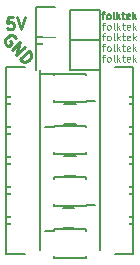
<source format=gto>
G04 #@! TF.FileFunction,Legend,Top*
%FSLAX46Y46*%
G04 Gerber Fmt 4.6, Leading zero omitted, Abs format (unit mm)*
G04 Created by KiCad (PCBNEW 4.0.4+e1-6308~48~ubuntu16.04.1-stable) date Thu Nov  3 23:13:48 2016*
%MOMM*%
%LPD*%
G01*
G04 APERTURE LIST*
%ADD10C,0.100000*%
%ADD11C,0.050000*%
%ADD12C,0.075000*%
%ADD13C,0.125000*%
%ADD14C,0.150000*%
%ADD15C,0.250000*%
%ADD16R,2.132000X2.132000*%
%ADD17O,2.132000X2.132000*%
%ADD18R,2.335200X2.335200*%
%ADD19R,1.100000X1.350000*%
%ADD20R,1.100000X0.400000*%
G04 APERTURE END LIST*
D10*
D11*
X240242858Y-86498429D02*
X240471429Y-86498429D01*
X240328572Y-86898429D02*
X240328572Y-86384143D01*
X240357144Y-86327000D01*
X240414286Y-86298429D01*
X240471429Y-86298429D01*
X240757143Y-86898429D02*
X240700001Y-86869857D01*
X240671429Y-86841286D01*
X240642858Y-86784143D01*
X240642858Y-86612714D01*
X240671429Y-86555571D01*
X240700001Y-86527000D01*
X240757143Y-86498429D01*
X240842858Y-86498429D01*
X240900001Y-86527000D01*
X240928572Y-86555571D01*
X240957143Y-86612714D01*
X240957143Y-86784143D01*
X240928572Y-86841286D01*
X240900001Y-86869857D01*
X240842858Y-86898429D01*
X240757143Y-86898429D01*
X241300000Y-86898429D02*
X241242858Y-86869857D01*
X241214286Y-86812714D01*
X241214286Y-86298429D01*
X241528572Y-86898429D02*
X241528572Y-86298429D01*
X241585715Y-86669857D02*
X241757144Y-86898429D01*
X241757144Y-86498429D02*
X241528572Y-86727000D01*
X241928572Y-86498429D02*
X242157143Y-86498429D01*
X242014286Y-86298429D02*
X242014286Y-86812714D01*
X242042858Y-86869857D01*
X242100000Y-86898429D01*
X242157143Y-86898429D01*
X242585715Y-86869857D02*
X242528572Y-86898429D01*
X242414286Y-86898429D01*
X242357143Y-86869857D01*
X242328572Y-86812714D01*
X242328572Y-86584143D01*
X242357143Y-86527000D01*
X242414286Y-86498429D01*
X242528572Y-86498429D01*
X242585715Y-86527000D01*
X242614286Y-86584143D01*
X242614286Y-86641286D01*
X242328572Y-86698429D01*
X242871429Y-86898429D02*
X242871429Y-86298429D01*
X242928572Y-86669857D02*
X243100001Y-86898429D01*
X243100001Y-86498429D02*
X242871429Y-86727000D01*
D12*
X240242858Y-85598429D02*
X240471429Y-85598429D01*
X240328572Y-85998429D02*
X240328572Y-85484143D01*
X240357144Y-85427000D01*
X240414286Y-85398429D01*
X240471429Y-85398429D01*
X240757143Y-85998429D02*
X240700001Y-85969857D01*
X240671429Y-85941286D01*
X240642858Y-85884143D01*
X240642858Y-85712714D01*
X240671429Y-85655571D01*
X240700001Y-85627000D01*
X240757143Y-85598429D01*
X240842858Y-85598429D01*
X240900001Y-85627000D01*
X240928572Y-85655571D01*
X240957143Y-85712714D01*
X240957143Y-85884143D01*
X240928572Y-85941286D01*
X240900001Y-85969857D01*
X240842858Y-85998429D01*
X240757143Y-85998429D01*
X241300000Y-85998429D02*
X241242858Y-85969857D01*
X241214286Y-85912714D01*
X241214286Y-85398429D01*
X241528572Y-85998429D02*
X241528572Y-85398429D01*
X241585715Y-85769857D02*
X241757144Y-85998429D01*
X241757144Y-85598429D02*
X241528572Y-85827000D01*
X241928572Y-85598429D02*
X242157143Y-85598429D01*
X242014286Y-85398429D02*
X242014286Y-85912714D01*
X242042858Y-85969857D01*
X242100000Y-85998429D01*
X242157143Y-85998429D01*
X242585715Y-85969857D02*
X242528572Y-85998429D01*
X242414286Y-85998429D01*
X242357143Y-85969857D01*
X242328572Y-85912714D01*
X242328572Y-85684143D01*
X242357143Y-85627000D01*
X242414286Y-85598429D01*
X242528572Y-85598429D01*
X242585715Y-85627000D01*
X242614286Y-85684143D01*
X242614286Y-85741286D01*
X242328572Y-85798429D01*
X242871429Y-85998429D02*
X242871429Y-85398429D01*
X242928572Y-85769857D02*
X243100001Y-85998429D01*
X243100001Y-85598429D02*
X242871429Y-85827000D01*
D10*
X240242858Y-84698429D02*
X240471429Y-84698429D01*
X240328572Y-85098429D02*
X240328572Y-84584143D01*
X240357144Y-84527000D01*
X240414286Y-84498429D01*
X240471429Y-84498429D01*
X240757143Y-85098429D02*
X240700001Y-85069857D01*
X240671429Y-85041286D01*
X240642858Y-84984143D01*
X240642858Y-84812714D01*
X240671429Y-84755571D01*
X240700001Y-84727000D01*
X240757143Y-84698429D01*
X240842858Y-84698429D01*
X240900001Y-84727000D01*
X240928572Y-84755571D01*
X240957143Y-84812714D01*
X240957143Y-84984143D01*
X240928572Y-85041286D01*
X240900001Y-85069857D01*
X240842858Y-85098429D01*
X240757143Y-85098429D01*
X241300000Y-85098429D02*
X241242858Y-85069857D01*
X241214286Y-85012714D01*
X241214286Y-84498429D01*
X241528572Y-85098429D02*
X241528572Y-84498429D01*
X241585715Y-84869857D02*
X241757144Y-85098429D01*
X241757144Y-84698429D02*
X241528572Y-84927000D01*
X241928572Y-84698429D02*
X242157143Y-84698429D01*
X242014286Y-84498429D02*
X242014286Y-85012714D01*
X242042858Y-85069857D01*
X242100000Y-85098429D01*
X242157143Y-85098429D01*
X242585715Y-85069857D02*
X242528572Y-85098429D01*
X242414286Y-85098429D01*
X242357143Y-85069857D01*
X242328572Y-85012714D01*
X242328572Y-84784143D01*
X242357143Y-84727000D01*
X242414286Y-84698429D01*
X242528572Y-84698429D01*
X242585715Y-84727000D01*
X242614286Y-84784143D01*
X242614286Y-84841286D01*
X242328572Y-84898429D01*
X242871429Y-85098429D02*
X242871429Y-84498429D01*
X242928572Y-84869857D02*
X243100001Y-85098429D01*
X243100001Y-84698429D02*
X242871429Y-84927000D01*
D13*
X240242858Y-83798429D02*
X240471429Y-83798429D01*
X240328572Y-84198429D02*
X240328572Y-83684143D01*
X240357144Y-83627000D01*
X240414286Y-83598429D01*
X240471429Y-83598429D01*
X240757143Y-84198429D02*
X240700001Y-84169857D01*
X240671429Y-84141286D01*
X240642858Y-84084143D01*
X240642858Y-83912714D01*
X240671429Y-83855571D01*
X240700001Y-83827000D01*
X240757143Y-83798429D01*
X240842858Y-83798429D01*
X240900001Y-83827000D01*
X240928572Y-83855571D01*
X240957143Y-83912714D01*
X240957143Y-84084143D01*
X240928572Y-84141286D01*
X240900001Y-84169857D01*
X240842858Y-84198429D01*
X240757143Y-84198429D01*
X241300000Y-84198429D02*
X241242858Y-84169857D01*
X241214286Y-84112714D01*
X241214286Y-83598429D01*
X241528572Y-84198429D02*
X241528572Y-83598429D01*
X241585715Y-83969857D02*
X241757144Y-84198429D01*
X241757144Y-83798429D02*
X241528572Y-84027000D01*
X241928572Y-83798429D02*
X242157143Y-83798429D01*
X242014286Y-83598429D02*
X242014286Y-84112714D01*
X242042858Y-84169857D01*
X242100000Y-84198429D01*
X242157143Y-84198429D01*
X242585715Y-84169857D02*
X242528572Y-84198429D01*
X242414286Y-84198429D01*
X242357143Y-84169857D01*
X242328572Y-84112714D01*
X242328572Y-83884143D01*
X242357143Y-83827000D01*
X242414286Y-83798429D01*
X242528572Y-83798429D01*
X242585715Y-83827000D01*
X242614286Y-83884143D01*
X242614286Y-83941286D01*
X242328572Y-83998429D01*
X242871429Y-84198429D02*
X242871429Y-83598429D01*
X242928572Y-83969857D02*
X243100001Y-84198429D01*
X243100001Y-83798429D02*
X242871429Y-84027000D01*
D14*
X240242858Y-82898429D02*
X240471429Y-82898429D01*
X240328572Y-83298429D02*
X240328572Y-82784143D01*
X240357144Y-82727000D01*
X240414286Y-82698429D01*
X240471429Y-82698429D01*
X240757143Y-83298429D02*
X240700001Y-83269857D01*
X240671429Y-83241286D01*
X240642858Y-83184143D01*
X240642858Y-83012714D01*
X240671429Y-82955571D01*
X240700001Y-82927000D01*
X240757143Y-82898429D01*
X240842858Y-82898429D01*
X240900001Y-82927000D01*
X240928572Y-82955571D01*
X240957143Y-83012714D01*
X240957143Y-83184143D01*
X240928572Y-83241286D01*
X240900001Y-83269857D01*
X240842858Y-83298429D01*
X240757143Y-83298429D01*
X241300000Y-83298429D02*
X241242858Y-83269857D01*
X241214286Y-83212714D01*
X241214286Y-82698429D01*
X241528572Y-83298429D02*
X241528572Y-82698429D01*
X241585715Y-83069857D02*
X241757144Y-83298429D01*
X241757144Y-82898429D02*
X241528572Y-83127000D01*
X241928572Y-82898429D02*
X242157143Y-82898429D01*
X242014286Y-82698429D02*
X242014286Y-83212714D01*
X242042858Y-83269857D01*
X242100000Y-83298429D01*
X242157143Y-83298429D01*
X242585715Y-83269857D02*
X242528572Y-83298429D01*
X242414286Y-83298429D01*
X242357143Y-83269857D01*
X242328572Y-83212714D01*
X242328572Y-82984143D01*
X242357143Y-82927000D01*
X242414286Y-82898429D01*
X242528572Y-82898429D01*
X242585715Y-82927000D01*
X242614286Y-82984143D01*
X242614286Y-83041286D01*
X242328572Y-83098429D01*
X242871429Y-83298429D02*
X242871429Y-82698429D01*
X242928572Y-83069857D02*
X243100001Y-83298429D01*
X243100001Y-82898429D02*
X242871429Y-83127000D01*
D15*
X232914806Y-84907699D02*
X232881134Y-84806684D01*
X232780119Y-84705669D01*
X232645431Y-84638325D01*
X232510745Y-84638325D01*
X232409729Y-84671996D01*
X232241371Y-84773012D01*
X232140355Y-84874027D01*
X232039340Y-85042386D01*
X232005668Y-85143401D01*
X232005668Y-85278088D01*
X232073012Y-85412776D01*
X232140356Y-85480119D01*
X232275043Y-85547462D01*
X232342386Y-85547462D01*
X232578088Y-85311760D01*
X232443401Y-85177074D01*
X232578088Y-85917851D02*
X233285195Y-85210745D01*
X232982149Y-86321913D01*
X233689256Y-85614806D01*
X233318867Y-86658630D02*
X234025973Y-85951523D01*
X234194332Y-86119882D01*
X234261676Y-86254569D01*
X234261676Y-86389256D01*
X234228004Y-86490271D01*
X234126989Y-86658630D01*
X234025973Y-86759646D01*
X233857615Y-86860661D01*
X233756600Y-86894333D01*
X233621913Y-86894333D01*
X233487225Y-86826988D01*
X233318867Y-86658630D01*
X232709524Y-83152381D02*
X232233333Y-83152381D01*
X232185714Y-83628571D01*
X232233333Y-83580952D01*
X232328571Y-83533333D01*
X232566667Y-83533333D01*
X232661905Y-83580952D01*
X232709524Y-83628571D01*
X232757143Y-83723810D01*
X232757143Y-83961905D01*
X232709524Y-84057143D01*
X232661905Y-84104762D01*
X232566667Y-84152381D01*
X232328571Y-84152381D01*
X232233333Y-84104762D01*
X232185714Y-84057143D01*
X233042857Y-83152381D02*
X233376190Y-84152381D01*
X233709524Y-83152381D01*
D14*
X237490000Y-82550000D02*
X240030000Y-82550000D01*
X234670000Y-82270000D02*
X236220000Y-82270000D01*
X237490000Y-82550000D02*
X237490000Y-85090000D01*
X236220000Y-85370000D02*
X234670000Y-85370000D01*
X234670000Y-85370000D02*
X234670000Y-82270000D01*
X237490000Y-85090000D02*
X240030000Y-85090000D01*
X240030000Y-85090000D02*
X240030000Y-82550000D01*
X237490000Y-85090000D02*
X240030000Y-85090000D01*
X234670000Y-84810000D02*
X236220000Y-84810000D01*
X237490000Y-85090000D02*
X237490000Y-87630000D01*
X236220000Y-87910000D02*
X234670000Y-87910000D01*
X234670000Y-87910000D02*
X234670000Y-84810000D01*
X237490000Y-87630000D02*
X240030000Y-87630000D01*
X240030000Y-87630000D02*
X240030000Y-85090000D01*
X242850000Y-92990000D02*
X241300000Y-92990000D01*
X241300000Y-89890000D02*
X242850000Y-89890000D01*
X242850000Y-89890000D02*
X242850000Y-92990000D01*
X240030000Y-90170000D02*
X240030000Y-92710000D01*
X242850000Y-90450000D02*
X241300000Y-90450000D01*
X241300000Y-87350000D02*
X242850000Y-87350000D01*
X242850000Y-87350000D02*
X242850000Y-90450000D01*
X240030000Y-87630000D02*
X240030000Y-90170000D01*
X232130000Y-89890000D02*
X233680000Y-89890000D01*
X233680000Y-92990000D02*
X232130000Y-92990000D01*
X232130000Y-92990000D02*
X232130000Y-89890000D01*
X234950000Y-92710000D02*
X234950000Y-90170000D01*
X232130000Y-92430000D02*
X233680000Y-92430000D01*
X233680000Y-95530000D02*
X232130000Y-95530000D01*
X232130000Y-95530000D02*
X232130000Y-92430000D01*
X234950000Y-95250000D02*
X234950000Y-92710000D01*
X232130000Y-97510000D02*
X233680000Y-97510000D01*
X233680000Y-100610000D02*
X232130000Y-100610000D01*
X232130000Y-100610000D02*
X232130000Y-97510000D01*
X234950000Y-100330000D02*
X234950000Y-97790000D01*
X232130000Y-100050000D02*
X233680000Y-100050000D01*
X233680000Y-103150000D02*
X232130000Y-103150000D01*
X232130000Y-103150000D02*
X232130000Y-100050000D01*
X234950000Y-102870000D02*
X234950000Y-100330000D01*
X242850000Y-100610000D02*
X241300000Y-100610000D01*
X241300000Y-97510000D02*
X242850000Y-97510000D01*
X242850000Y-97510000D02*
X242850000Y-100610000D01*
X240030000Y-97790000D02*
X240030000Y-100330000D01*
X242850000Y-98070000D02*
X241300000Y-98070000D01*
X241300000Y-94970000D02*
X242850000Y-94970000D01*
X242850000Y-94970000D02*
X242850000Y-98070000D01*
X240030000Y-95250000D02*
X240030000Y-97790000D01*
X232130000Y-87350000D02*
X233680000Y-87350000D01*
X233680000Y-90450000D02*
X232130000Y-90450000D01*
X232130000Y-90450000D02*
X232130000Y-87350000D01*
X234950000Y-90170000D02*
X234950000Y-87630000D01*
X242850000Y-95530000D02*
X241300000Y-95530000D01*
X241300000Y-92430000D02*
X242850000Y-92430000D01*
X242850000Y-92430000D02*
X242850000Y-95530000D01*
X240030000Y-92710000D02*
X240030000Y-95250000D01*
X242850000Y-103150000D02*
X241300000Y-103150000D01*
X241300000Y-100050000D02*
X242850000Y-100050000D01*
X242850000Y-100050000D02*
X242850000Y-103150000D01*
X240030000Y-100330000D02*
X240030000Y-102870000D01*
X232130000Y-94970000D02*
X233680000Y-94970000D01*
X233680000Y-98070000D02*
X232130000Y-98070000D01*
X232130000Y-98070000D02*
X232130000Y-94970000D01*
X234950000Y-97790000D02*
X234950000Y-95250000D01*
X238000000Y-90450000D02*
X237000000Y-90450000D01*
X237000000Y-92150000D02*
X238000000Y-92150000D01*
X237000000Y-96550000D02*
X238000000Y-96550000D01*
X238000000Y-94850000D02*
X237000000Y-94850000D01*
X236900000Y-100950000D02*
X237900000Y-100950000D01*
X237900000Y-99250000D02*
X236900000Y-99250000D01*
X238850000Y-90300000D02*
X238850000Y-90200000D01*
X236150000Y-90300000D02*
X236150000Y-90150000D01*
X236150000Y-87900000D02*
X236150000Y-88050000D01*
X238850000Y-87900000D02*
X238850000Y-88050000D01*
X238850000Y-90300000D02*
X236149529Y-90300000D01*
X238850000Y-87900000D02*
X236150000Y-87900000D01*
X238850000Y-90200000D02*
X239600000Y-90200000D01*
X236150000Y-92300000D02*
X236150000Y-92400000D01*
X238850000Y-92300000D02*
X238850000Y-92450000D01*
X238850000Y-94700000D02*
X238850000Y-94550000D01*
X236150000Y-94700000D02*
X236150000Y-94550000D01*
X236150000Y-92300000D02*
X238850471Y-92300000D01*
X236150000Y-94700000D02*
X238850000Y-94700000D01*
X236150000Y-92400000D02*
X235400000Y-92400000D01*
X236150000Y-101100000D02*
X236150000Y-101200000D01*
X238850000Y-101100000D02*
X238850000Y-101250000D01*
X238850000Y-103500000D02*
X238850000Y-103350000D01*
X236150000Y-103500000D02*
X236150000Y-103350000D01*
X236150000Y-101100000D02*
X238850471Y-101100000D01*
X236150000Y-103500000D02*
X238850000Y-103500000D01*
X236150000Y-101200000D02*
X235400000Y-101200000D01*
X238850000Y-99100000D02*
X238850000Y-99000000D01*
X236150000Y-99100000D02*
X236150000Y-98950000D01*
X236150000Y-96700000D02*
X236150000Y-96850000D01*
X238850000Y-96700000D02*
X238850000Y-96850000D01*
X238850000Y-99100000D02*
X236149529Y-99100000D01*
X238850000Y-96700000D02*
X236150000Y-96700000D01*
X238850000Y-99000000D02*
X239600000Y-99000000D01*
%LPC*%
D16*
X236220000Y-83820000D03*
D17*
X238760000Y-83820000D03*
D16*
X236220000Y-86360000D03*
D17*
X238760000Y-86360000D03*
D18*
X241300000Y-91440000D03*
X241300000Y-88900000D03*
X233680000Y-91440000D03*
X233680000Y-93980000D03*
X233680000Y-99060000D03*
X233680000Y-101600000D03*
X241300000Y-99060000D03*
X241300000Y-96520000D03*
X233680000Y-88900000D03*
X241300000Y-93980000D03*
X241300000Y-101600000D03*
X233680000Y-96520000D03*
D19*
X236500000Y-91300000D03*
X238500000Y-91300000D03*
X238500000Y-95700000D03*
X236500000Y-95700000D03*
X238400000Y-100100000D03*
X236400000Y-100100000D03*
D20*
X239150000Y-89850000D03*
X239150000Y-89350000D03*
X239150000Y-88850000D03*
X239150000Y-88350000D03*
X235850000Y-88350000D03*
X235850000Y-88850000D03*
X235850000Y-89350000D03*
X235850000Y-89850000D03*
X235850000Y-92750000D03*
X235850000Y-93250000D03*
X235850000Y-93750000D03*
X235850000Y-94250000D03*
X239150000Y-94250000D03*
X239150000Y-93750000D03*
X239150000Y-93250000D03*
X239150000Y-92750000D03*
X235850000Y-101550000D03*
X235850000Y-102050000D03*
X235850000Y-102550000D03*
X235850000Y-103050000D03*
X239150000Y-103050000D03*
X239150000Y-102550000D03*
X239150000Y-102050000D03*
X239150000Y-101550000D03*
X239150000Y-98650000D03*
X239150000Y-98150000D03*
X239150000Y-97650000D03*
X239150000Y-97150000D03*
X235850000Y-97150000D03*
X235850000Y-97650000D03*
X235850000Y-98150000D03*
X235850000Y-98650000D03*
M02*

</source>
